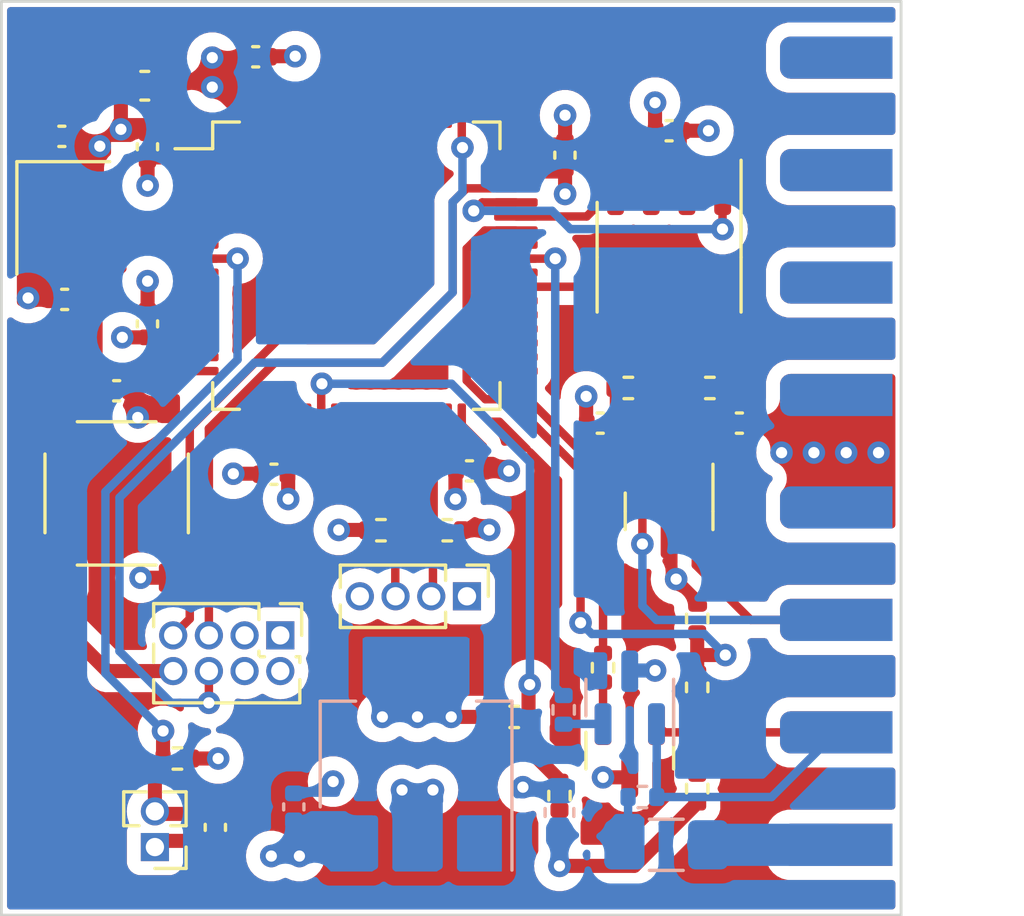
<source format=kicad_pcb>
(kicad_pcb (version 20221018) (generator pcbnew)
  (layers (0 "F.Cu" signal) (1 "In1.Cu" signal) (2 "In2.Cu" signal) (31 "B.Cu" signal) (34 "B.Paste" user) (35 "F.Paste" user) (36 "B.SilkS" user "B.Silkscreen") (37 "F.SilkS" user "F.Silkscreen") (38 "B.Mask" user) (39 "F.Mask" user) (44 "Edge.Cuts" user))
  (net 0 "")
  (net 1 "+3.3V")
  (net 2 "GND")
  (net 3 "HSE_IN")
  (net 4 "HSE_OUT")
  (net 5 "NRST")
  (net 6 "Net-(C12-Pad2)")
  (net 7 "Net-(C13-Pad2)")
  (net 8 "+12V")
  (net 9 "MENU_BTN")
  (net 10 "CAN_H")
  (net 11 "CAN_L")
  (net 15 "ISO_K")
  (net 22 "ISO_L")
  (net 23 "OLED_SDA")
  (net 24 "OLED_SCL")
  (net 25 "SWDIO")
  (net 26 "SWCLK")
  (net 27 "SWO")
  (net 28 "Net-(Q1-B)")
  (net 29 "Net-(Q2-B)")
  (net 30 "K-Line_TX")
  (net 31 "K-Line_RX")
  (net 32 "L-Line")
  (net 33 "BAT_V")
  (net 58 "CAN_S")
  (net 60 "CAN_RX")
  (net 61 "CAN_TX")
  (footprint "Capacitor_SMD:C_0402_1005Metric" (layer "F.Cu") (at 158.895 98.67 180)
    (fp_text reference "C6" hide)
    (fp_text value "100n" hide)
  )
  (footprint "Capacitor_SMD:C_0402_1005Metric" (layer "F.Cu") (at 156.81 111.23 -90)
    (fp_text reference "C16" hide)
    (fp_text value "100n" hide)
  )
  (footprint "tme_library:OBD" (layer "F.Cu") (at 178.895 97.85 90)
    (fp_text reference "J1" hide)
    (fp_text value "OBDII" hide)
  )
  (footprint "Connector_PinHeader_1.27mm:PinHeader_1x02_P1.27mm_Vertical" (layer "F.Cu") (at 154.66 111.93 180)
    (fp_text reference "SW2" hide)
    (fp_text value "MENU" hide)
  )
  (footprint "Resistor_SMD:R_0402_1005Metric" (layer "F.Cu") (at 173.95 106.25 -90)
    (fp_text reference "R5" hide)
    (fp_text value "100k" hide)
  )
  (footprint "Capacitor_SMD:C_0402_1005Metric" (layer "F.Cu") (at 165.85 98.55 180)
    (fp_text reference "C4" hide)
    (fp_text value "100n" hide)
  )
  (footprint "Resistor_SMD:R_0402_1005Metric" (layer "F.Cu") (at 174.4 95.6)
    (fp_text reference "R2" hide)
    (fp_text value "100R" hide)
  )
  (footprint "Capacitor_SMD:C_0402_1005Metric" (layer "F.Cu") (at 172.95 86.449999 180)
    (fp_text reference "C11" hide)
    (fp_text value "100n" hide)
  )
  (footprint "Connector_PinHeader_1.27mm:PinHeader_2x04_P1.27mm_Vertical" (layer "F.Cu") (at 159.12 104.4 -90)
    (fp_text reference "J3" hide)
    (fp_text value "SWD" hide)
  )
  (footprint "Capacitor_SMD:C_0402_1005Metric" (layer "F.Cu") (at 170.5 96.85)
    (fp_text reference "C12" hide)
    (fp_text value "560p" hide)
  )
  (footprint "Capacitor_SMD:C_0402_1005Metric" (layer "F.Cu") (at 175.45 96.85 180)
    (fp_text reference "C13" hide)
    (fp_text value "560p" hide)
  )
  (footprint "Resistor_SMD:R_0402_1005Metric" (layer "F.Cu") (at 170.6 105.55 -90)
    (fp_text reference "R3" hide)
    (fp_text value "2k2" hide)
  )
  (footprint "Resistor_SMD:R_0402_1005Metric" (layer "F.Cu") (at 167.44 107.3)
    (fp_text reference "R11" hide)
    (fp_text value "27k" hide)
  )
  (footprint "Capacitor_SMD:C_0402_1005Metric" (layer "F.Cu") (at 154.395 93.32 90)
    (fp_text reference "C5" hide)
    (fp_text value "100n" hide)
  )
  (footprint "Capacitor_SMD:C_0402_1005Metric" (layer "F.Cu") (at 153.3 95.7 180)
    (fp_text reference "C10" hide)
    (fp_text value "100n" hide)
  )
  (footprint "Resistor_SMD:R_0402_1005Metric" (layer "F.Cu") (at 165.06 100.66 180)
    (fp_text reference "R12" hide)
    (fp_text value "4k7" hide)
  )
  (footprint "Resistor_SMD:R_0402_1005Metric" (layer "F.Cu") (at 173.95 109.85 -90)
    (fp_text reference "R4" hide)
    (fp_text value "510R" hide)
  )
  (footprint "Capacitor_SMD:C_0402_1005Metric" (layer "F.Cu") (at 151.45 92.45 180)
    (fp_text reference "C9" hide)
    (fp_text value "8p" hide)
  )
  (footprint "Resistor_SMD:R_0402_1005Metric" (layer "F.Cu") (at 171.5 95.6 180)
    (fp_text reference "R1" hide)
    (fp_text value "100R" hide)
  )
  (footprint "Resistor_SMD:R_0402_1005Metric" (layer "F.Cu") (at 173.95 103.8 -90)
    (fp_text reference "R6" hide)
    (fp_text value "27k" hide)
  )
  (footprint "Package_TO_SOT_SMD:SOT-23" (layer "F.Cu") (at 172.95 99.9875 -90)
    (fp_text reference "D1" hide)
    (fp_text value "PESD2CAN" hide)
  )
  (footprint "Resistor_SMD:R_0402_1005Metric" (layer "F.Cu") (at 155.46 108.78 180)
    (fp_text reference "R9" hide)
    (fp_text value "4k7" hide)
  )
  (footprint "Capacitor_SMD:C_0603_1608Metric" (layer "F.Cu") (at 154.3 84.85 180)
    (fp_text reference "C7" hide)
    (fp_text value "4u7" hide)
  )
  (footprint "Capacitor_SMD:C_0402_1005Metric" (layer "F.Cu") (at 169.245 87.32 -90)
    (fp_text reference "C2" hide)
    (fp_text value "100n" hide)
  )
  (footprint "tme_library:XKB_TS_1187A" (layer "F.Cu") (at 153.3 99.35 -90)
    (fp_text reference "SW1" hide)
    (fp_text value "NRST" hide)
  )
  (footprint "Capacitor_SMD:C_0402_1005Metric" (layer "F.Cu") (at 151.35 86.65)
    (fp_text reference "C8" hide)
    (fp_text value "8p" hide)
  )
  (footprint "Package_SO:SOIC-8_3.9x4.9mm_P1.27mm" (layer "F.Cu") (at 172.95 90.95 -90)
    (fp_text reference "U2" hide)
    (fp_text value "SN65HVD231" hide)
  )
  (footprint "Crystal:Crystal_SMD_TXC_7M-4Pin_3.2x2.5mm" (layer "F.Cu") (at 151.4 89.55 -90)
    (fp_text reference "Y1" hide)
    (fp_text value "16 MHz" hide)
  )
  (footprint "Capacitor_SMD:C_0402_1005Metric" (layer "F.Cu") (at 154.395 87.02 90)
    (fp_text reference "C3" hide)
    (fp_text value "100n" hide)
  )
  (footprint "Package_QFP:LQFP-64_10x10mm_P0.5mm" (layer "F.Cu") (at 161.825 91.25)
    (fp_text reference "U1" hide)
    (fp_text value "STM32L431RCTx" hide)
  )
  (footprint "Connector_PinHeader_1.27mm:PinHeader_1x04_P1.27mm_Vertical" (layer "F.Cu") (at 165.76 103.01 -90)
    (fp_text reference "J2" hide)
    (fp_text value "OLED" hide)
  )
  (footprint "Capacitor_SMD:C_0402_1005Metric" (layer "F.Cu") (at 158.245 83.82)
    (fp_text reference "C1" hide)
    (fp_text value "100n" hide)
  )
  (footprint "Package_TO_SOT_SMD:SOT-23" (layer "F.Cu") (at 171.55 108.5 -90)
    (fp_text reference "Q1" hide)
    (fp_text value "NPN" hide)
  )
  (footprint "Resistor_SMD:R_0402_1005Metric" (layer "F.Cu") (at 162.7 100.66)
    (fp_text reference "R13" hide)
    (fp_text value "4k7" hide)
  )
  (footprint "Resistor_SMD:R_0402_1005Metric" (layer "F.Cu") (at 169.05 110.1 -90)
    (fp_text reference "R10" hide)
    (fp_text value "100k" hide)
  )
  (footprint "Capacitor_SMD:C_0603_1608Metric" (layer "B.Cu") (at 169.05 110.7 90)
    (fp_text reference "C14" hide)
    (fp_text value "330n" hide)
  )
  (footprint "Package_TO_SOT_SMD:SOT-223" (layer "B.Cu") (at 163.95 108.65 90)
    (fp_text reference "U3" hide)
    (fp_text value "SN78MCDCYR" hide)
  )
  (footprint "Capacitor_SMD:C_0402_1005Metric" (layer "B.Cu") (at 159.6 110.5 90)
    (fp_text reference "C15" hide)
    (fp_text value "100n" hide)
  )
  (footprint "Resistor_SMD:R_0402_1005Metric" (layer "B.Cu") (at 169.2 107.05 -90)
    (fp_text reference "R8" hide)
    (fp_text value "2k2" hide)
  )
  (footprint "Fuse:Fuse_1206_3216Metric_Pad1.42x1.75mm_HandSolder" (layer "B.Cu") (at 172.85 111.85 180)
    (fp_text reference "F1" hide)
    (fp_text value "500mA" hide)
  )
  (footprint "Package_TO_SOT_SMD:SOT-23" (layer "B.Cu") (at 171.55 106.6125 90)
    (fp_text reference "Q2" hide)
    (fp_text value "NPN" hide)
  )
  (footprint "Resistor_SMD:R_0402_1005Metric" (layer "B.Cu") (at 172 110.15 180)
    (fp_text reference "R7" hide)
    (fp_text value "510R" hide)
  )
  (gr_line (start 181.2 114.35) (end 181.2 81.85) (stroke (width 0.1)) (layer "Edge.Cuts"))
  (gr_line (start 181.2 81.85) (end 149.2 81.85) (stroke (width 0.1)) (layer "Edge.Cuts"))
  (gr_line (start 149.2 114.35) (end 181.2 114.35) (stroke (width 0.1)) (layer "Edge.Cuts"))
  (gr_line (start 149.2 81.85) (end 149.2 114.35) (stroke (width 0.1)) (layer "Edge.Cuts"))
  (segment (start 167.5 87.5) (end 168.16 86.84) (width 0.3) (layer "F.Cu") (net 1))
  (segment (start 154.395 87.5) (end 156.15 87.5) (width 0.3) (layer "F.Cu") (net 1))
  (segment (start 156.15 93.5) (end 154.695 93.5) (width 0.3) (layer "F.Cu") (net 1))
  (segment (start 154.695 93.5) (end 154.395 93.8) (width 0.3) (layer "F.Cu") (net 1))
  (segment (start 168.16 86.84) (end 169.245 86.84) (width 0.3) (layer "F.Cu") (net 1))
  (segment (start 166.33 97.68) (end 166.33 98.55) (width 0.3) (layer "F.Cu") (net 1))
  (segment (start 165.575 96.925) (end 166.33 97.68) (width 0.3) (layer "F.Cu") (net 1))
  (segment (start 161.2 100.65) (end 162.18 100.65) (width 0.5) (layer "F.Cu") (net 1))
  (segment (start 162.18 100.65) (end 162.19 100.66) (width 0.5) (layer "F.Cu") (net 1))
  (segment (start 169.25 85.9) (end 169.25 86.835) (width 0.5) (layer "F.Cu") (net 1))
  (segment (start 158.075 85.575) (end 157.375 85.575) (width 0.3) (layer "F.Cu") (net 1))
  (segment (start 157.375 85.575) (end 156.7 84.9) (width 0.3) (layer "F.Cu") (net 1))
  (segment (start 154.4 87.505) (end 154.395 87.5) (width 0.5) (layer "F.Cu") (net 1))
  (segment (start 154.4 88.4) (end 154.4 87.505) (width 0.5) (layer "F.Cu") (net 1))
  (segment (start 172.45 86.429999) (end 172.47 86.449999) (width 0.5) (layer "F.Cu") (net 1))
  (segment (start 172.47 86.449999) (end 172.47 88.32) (width 0.3) (layer "F.Cu") (net 1))
  (segment (start 169.25 86.835) (end 169.245 86.84) (width 0.5) (layer "F.Cu") (net 1))
  (segment (start 159.075 96.925) (end 159.075 98.37) (width 0.3) (layer "F.Cu") (net 1))
  (segment (start 159.4 98.695) (end 159.375 98.67) (width 0.5) (layer "F.Cu") (net 1))
  (segment (start 159.075 98.37) (end 159.375 98.67) (width 0.3) (layer "F.Cu") (net 1))
  (segment (start 159.4 99.55) (end 159.4 98.695) (width 0.5) (layer "F.Cu") (net 1))
  (segment (start 156.91 108.78) (end 155.97 108.78) (width 0.5) (layer "F.Cu") (net 1))
  (segment (start 153.5 93.8) (end 154.395 93.8) (width 0.5) (layer "F.Cu") (net 1))
  (segment (start 172.45 85.45) (end 172.45 86.429999) (width 0.5) (layer "F.Cu") (net 1))
  (segment (start 172.47 88.32) (end 172.315 88.475) (width 0.3) (layer "F.Cu") (net 1))
  (via (at 169.25 85.9) (size 0.8) (drill 0.4) (layers "F.Cu" "B.Cu") (net 1))
  (via (at 156.91 108.78) (size 0.8) (drill 0.4) (layers "F.Cu" "B.Cu") (net 1))
  (via (at 172.45 85.45) (size 0.8) (drill 0.4) (layers "F.Cu" "B.Cu") (net 1))
  (via (at 156.7 83.85) (size 0.8) (drill 0.4) (layers "F.Cu" "B.Cu") (net 1))
  (via (at 166.55 100.65) (size 0.8) (drill 0.4) (layers "F.Cu" "B.Cu") (net 1))
  (via (at 167.25 98.55) (size 0.8) (drill 0.4) (layers "F.Cu" "B.Cu") (net 1))
  (via (at 153.5 93.8) (size 0.8) (drill 0.4) (layers "F.Cu" "B.Cu") (net 1))
  (via (at 159.4 99.55) (size 0.8) (drill 0.4) (layers "F.Cu" "B.Cu") (net 1))
  (via (at 154.4 88.4) (size 0.8) (drill 0.4) (layers "F.Cu" "B.Cu") (net 1))
  (via (at 156.7 84.9) (size 0.8) (drill 0.4) (layers "F.Cu" "B.Cu") (net 1))
  (via (at 158.8 112.25) (size 0.8) (drill 0.4) (layers "F.Cu" "B.Cu") (net 1))
  (via (at 161.2 100.65) (size 0.8) (drill 0.4) (layers "F.Cu" "B.Cu") (net 1))
  (via (at 159.8 112.25) (size 0.8) (drill 0.4) (layers "F.Cu" "B.Cu") (net 1))
  (segment (start 170 96.83) (end 170.02 96.85) (width 0.5) (layer "F.Cu") (net 2))
  (segment (start 165.35 99.55) (end 165.35 98.57) (width 0.5) (layer "F.Cu") (net 2))
  (segment (start 156.15 93) (end 154.555 93) (width 0.3) (layer "F.Cu") (net 2))
  (segment (start 170.6 109.45) (end 171.5375 109.45) (width 0.5) (layer "F.Cu") (net 2))
  (segment (start 158.575 96.925) (end 158.575 98.51) (width 0.3) (layer "F.Cu") (net 2))
  (segment (start 173.43 88.32) (end 173.585 88.475) (width 0.3) (layer "F.Cu") (net 2))
  (segment (start 173.430001 86.45) (end 173.43 86.449999) (width 0.5) (layer "F.Cu") (net 2))
  (segment (start 169.045 88) (end 169.245 87.8) (width 0.3) (layer "F.Cu") (net 2))
  (segment (start 158.575 83.97) (end 158.725 83.82) (width 0.3) (layer "F.Cu") (net 2))
  (segment (start 153.45 84.925) (end 153.525 84.85) (width 0.5) (layer "F.Cu") (net 2))
  (segment (start 169.25 87.805) (end 169.245 87.8) (width 0.5) (layer "F.Cu") (net 2))
  (segment (start 158.575 85.575) (end 158.575 83.97) (width 0.3) (layer "F.Cu") (net 2))
  (segment (start 159.65 83.8) (end 158.745 83.8) (width 0.5) (layer "F.Cu") (net 2))
  (segment (start 165.35 98.57) (end 165.37 98.55) (width 0.5) (layer "F.Cu") (net 2))
  (segment (start 154.88 111.71) (end 154.66 111.93) (width 0.5) (layer "F.Cu") (net 2))
  (segment (start 154.555 93) (end 154.395 92.84) (width 0.3) (layer "F.Cu") (net 2))
  (segment (start 156.81 111.71) (end 154.88 111.71) (width 0.5) (layer "F.Cu") (net 2))
  (segment (start 154.4 91.8) (end 154.4 92.835) (width 0.5) (layer "F.Cu") (net 2))
  (segment (start 158.745 83.8) (end 158.725 83.82) (width 0.5) (layer "F.Cu") (net 2))
  (segment (start 167.5 88) (end 169.045 88) (width 0.3) (layer "F.Cu") (net 2))
  (segment (start 170 95.9) (end 170 96.83) (width 0.5) (layer "F.Cu") (net 2))
  (segment (start 173.43 86.449999) (end 173.43 88.32) (width 0.3) (layer "F.Cu") (net 2))
  (segment (start 169.25 88.7) (end 169.25 87.805) (width 0.5) (layer "F.Cu") (net 2))
  (segment (start 153.45 86.4) (end 153.45 84.925) (width 0.5) (layer "F.Cu") (net 2))
  (segment (start 157.45 98.65) (end 158.395 98.65) (width 0.5) (layer "F.Cu") (net 2))
  (segment (start 166.89 107.3) (end 165.2 107.3) (width 0.5) (layer "F.Cu") (net 2))
  (segment (start 158.575 98.51) (end 158.415 98.67) (width 0.3) (layer "F.Cu") (net 2))
  (segment (start 158.395 98.65) (end 158.415 98.67) (width 0.5) (layer "F.Cu") (net 2))
  (segment (start 154.4 92.835) (end 154.395 92.84) (width 0.5) (layer "F.Cu") (net 2))
  (segment (start 165.075 96.925) (end 165.075 98.255) (width 0.3) (layer "F.Cu") (net 2))
  (segment (start 154.15 102.35) (end 155.175 102.35) (width 0.5) (layer "F.Cu") (net 2))
  (segment (start 171.5375 109.45) (end 171.55 109.4375) (width 0.5) (layer "F.Cu") (net 2))
  (segment (start 174.35 86.45) (end 173.430001 86.45) (width 0.5) (layer "F.Cu") (net 2))
  (segment (start 165.075 98.255) (end 165.37 98.55) (width 0.3) (layer "F.Cu") (net 2))
  (via (at 170 95.9) (size 0.8) (drill 0.4) (layers "F.Cu" "B.Cu") (net 2))
  (via (at 174.35 86.45) (size 0.8) (drill 0.4) (layers "F.Cu" "B.Cu") (net 2))
  (via (at 167.75 109.8) (size 0.8) (drill 0.4) (layers "F.Cu" "B.Cu") (net 2))
  (via (at 150.15 92.4) (size 0.8) (drill 0.4) (layers "F.Cu" "B.Cu") (net 2))
  (via (at 153.45 86.4) (size 0.8) (drill 0.4) (layers "F.Cu" "B.Cu") (net 2))
  (via (at 173.2 102.4) (size 0.8) (drill 0.4) (layers "F.Cu" "B.Cu") (net 2))
  (via (at 180.4 97.9) (size 0.8) (drill 0.4) (layers "F.Cu" "B.Cu") (net 2))
  (via (at 154.4 91.8) (size 0.8) (drill 0.4) (layers "F.Cu" "B.Cu") (net 2))
  (via (at 161 109.6) (size 0.8) (drill 0.4) (layers "F.Cu" "B.Cu") (net 2))
  (via (at 159.65 83.8) (size 0.8) (drill 0.4) (layers "F.Cu" "B.Cu") (net 2))
  (via (at 157.45 98.65) (size 0.8) (drill 0.4) (layers "F.Cu" "B.Cu") (net 2))
  (via (at 164 107.3) (size 0.8) (drill 0.4) (layers "F.Cu" "B.Cu") (net 2))
  (via (at 154.15 102.35) (size 0.8) (drill 0.4) (layers "F.Cu" "B.Cu") (net 2))
  (via (at 169.25 88.7) (size 0.8) (drill 0.4) (layers "F.Cu" "B.Cu") (net 2))
  (via (at 172.45 105.65) (size 0.8) (drill 0.4) (layers "F.Cu" "B.Cu") (net 2))
  (via (at 170.6 109.45) (size 0.8) (drill 0.4) (layers "F.Cu" "B.Cu") (net 2))
  (via (at 179.25 97.9) (size 0.8) (drill 0.4) (layers "F.Cu" "B.Cu") (net 2))
  (via (at 154.05 96.65) (size 0.8) (drill 0.4) (layers "F.Cu" "B.Cu") (net 2))
  (via (at 162.75 107.3) (size 0.8) (drill 0.4) (layers "F.Cu" "B.Cu") (net 2))
  (via (at 152.7 87) (size 0.8) (drill 0.4) (layers "F.Cu" "B.Cu") (net 2))
  (via (at 163.45 109.9) (size 0.8) (drill 0.4) (layers "F.Cu" "B.Cu") (net 2))
  (via (at 176.95 97.9) (size 0.8) (drill 0.4) (layers "F.Cu" "B.Cu") (net 2))
  (via (at 178.1 97.9) (size 0.8) (drill 0.4) (layers "F.Cu" "B.Cu") (net 2))
  (via (at 165.2 107.3) (size 0.8) (drill 0.4) (layers "F.Cu" "B.Cu") (net 2))
  (via (at 164.55 109.9) (size 0.8) (drill 0.4) (layers "F.Cu" "B.Cu") (net 2))
  (via (at 165.35 99.55) (size 0.8) (drill 0.4) (layers "F.Cu" "B.Cu") (net 2))
  (segment (start 172.45 105.65) (end 171.575 105.65) (width 0.5) (layer "B.Cu") (net 2))
  (segment (start 171.575 105.65) (end 171.55 105.675) (width 0.5) (layer "B.Cu") (net 2))
  (segment (start 150.55 88.55) (end 150.55 88.45) (width 0.3) (layer "F.Cu") (net 3))
  (segment (start 150.87 88.13) (end 150.55 88.45) (width 0.3) (layer "F.Cu") (net 3))
  (segment (start 156.15 89.5) (end 151.5 89.5) (width 0.3) (layer "F.Cu") (net 3))
  (segment (start 150.87 86.65) (end 150.87 88.13) (width 0.3) (layer "F.Cu") (net 3))
  (segment (start 151.5 89.5) (end 150.55 88.55) (width 0.3) (layer "F.Cu") (net 3))
  (segment (start 151.93 90.97) (end 152.25 90.65) (width 0.3) (layer "F.Cu") (net 4))
  (segment (start 156.15 90) (end 152.9 90) (width 0.3) (layer "F.Cu") (net 4))
  (segment (start 151.93 92.45) (end 151.93 90.97) (width 0.3) (layer "F.Cu") (net 4))
  (segment (start 152.9 90) (end 152.25 90.65) (width 0.3) (layer "F.Cu") (net 4))
  (segment (start 151.425 96.35) (end 151.425 102.35) (width 0.3) (layer "F.Cu") (net 5))
  (segment (start 153.5 91.05) (end 153.5 91.35) (width 0.3) (layer "F.Cu") (net 5))
  (segment (start 152.075 95.7) (end 151.425 96.35) (width 0.3) (layer "F.Cu") (net 5))
  (segment (start 151.425 104.125) (end 151.425 102.35) (width 0.5) (layer "F.Cu") (net 5))
  (segment (start 152.97 105.67) (end 151.425 104.125) (width 0.5) (layer "F.Cu") (net 5))
  (segment (start 154.05 90.5) (end 153.5 91.05) (width 0.3) (layer "F.Cu") (net 5))
  (segment (start 155.31 105.67) (end 152.97 105.67) (width 0.5) (layer "F.Cu") (net 5))
  (segment (start 152.65 95.53) (end 152.82 95.7) (width 0.3) (layer "F.Cu") (net 5))
  (segment (start 156.15 90.5) (end 154.05 90.5) (width 0.3) (layer "F.Cu") (net 5))
  (segment (start 152.82 95.7) (end 152.075 95.7) (width 0.3) (layer "F.Cu") (net 5))
  (segment (start 153.5 91.35) (end 152.65 92.2) (width 0.3) (layer "F.Cu") (net 5))
  (segment (start 152.65 92.2) (end 152.65 95.53) (width 0.3) (layer "F.Cu") (net 5))
  (segment (start 170.99 96.84) (end 170.98 96.85) (width 0.3) (layer "F.Cu") (net 6))
  (segment (start 170.99 95.6) (end 170.99 96.84) (width 0.3) (layer "F.Cu") (net 6))
  (segment (start 174.91 96.79) (end 174.97 96.85) (width 0.3) (layer "F.Cu") (net 7))
  (segment (start 174.91 95.6) (end 174.91 96.79) (width 0.3) (layer "F.Cu") (net 7))
  (segment (start 171.71 112.6) (end 169.05 112.6) (width 0.5) (layer "F.Cu") (net 8))
  (segment (start 173.95 110.36) (end 171.71 112.6) (width 0.5) (layer "F.Cu") (net 8))
  (segment (start 169.05 110.61) (end 169.05 112.6) (width 0.5) (layer "F.Cu") (net 8))
  (via (at 169.05 112.6) (size 0.8) (drill 0.4) (layers "F.Cu" "B.Cu") (net 8))
  (segment (start 171.49 110.15) (end 171.49 111.7225) (width 0.3) (layer "B.Cu") (net 8))
  (segment (start 171.49 111.7225) (end 171.3625 111.85) (width 0.3) (layer "B.Cu") (net 8))
  (segment (start 174.3375 111.85) (end 178.895 111.85) (width 1.5) (layer "B.Cu") (net 8))
  (segment (start 154.66 109.08) (end 154.66 110.66) (width 0.5) (layer "F.Cu") (net 9))
  (segment (start 154.95 108.79) (end 154.66 109.08) (width 0.5) (layer "F.Cu") (net 9))
  (segment (start 154.75 110.75) (end 154.66 110.66) (width 0.5) (layer "F.Cu") (net 9))
  (segment (start 156.15 91) (end 157.6 91) (width 0.3) (layer "F.Cu") (net 9))
  (segment (start 154.95 108.78) (end 154.95 108.79) (width 0.5) (layer "F.Cu") (net 9))
  (segment (start 156.81 110.75) (end 154.75 110.75) (width 0.5) (layer "F.Cu") (net 9))
  (segment (start 154.95 107.8) (end 154.95 108.78) (width 0.5) (layer "F.Cu") (net 9))
  (via (at 157.6 91) (size 0.8) (drill 0.4) (layers "F.Cu" "B.Cu") (net 9))
  (via (at 154.95 107.8) (size 0.8) (drill 0.4) (layers "F.Cu" "B.Cu") (net 9))
  (segment (start 152.9 105.75) (end 154.95 107.8) (width 0.3) (layer "B.Cu") (net 9))
  (segment (start 157.6 94.592894) (end 152.9 99.292894) (width 0.3) (layer "B.Cu") (net 9))
  (segment (start 157.6 91) (end 157.6 94.592894) (width 0.3) (layer "B.Cu") (net 9))
  (segment (start 152.9 99.292894) (end 152.9 105.75) (width 0.3) (layer "B.Cu") (net 9))
  (segment (start 175.85 103.85) (end 173.9 101.9) (width 0.3) (layer "F.Cu") (net 10))
  (segment (start 173.89 95.6) (end 173.89 93.73) (width 0.3) (layer "F.Cu") (net 10))
  (segment (start 173.9 95.61) (end 173.89 95.6) (width 0.3) (layer "F.Cu") (net 10))
  (segment (start 173.89 93.73) (end 173.585 93.425) (width 0.3) (layer "F.Cu") (net 10))
  (segment (start 173.9 101.9) (end 173.9 99.05) (width 0.3) (layer "F.Cu") (net 10))
  (segment (start 173.9 99.05) (end 173.9 95.61) (width 0.3) (layer "F.Cu") (net 10))
  (segment (start 178.895 103.85) (end 175.85 103.85) (width 0.3) (layer "F.Cu") (net 10))
  (segment (start 172.01 99.04) (end 172 99.05) (width 0.3) (layer "F.Cu") (net 11))
  (segment (start 172 101.15) (end 172 99.05) (width 0.3) (layer "F.Cu") (net 11))
  (segment (start 172.01 93.73) (end 172.315 93.425) (width 0.3) (layer "F.Cu") (net 11))
  (segment (start 172.01 95.6) (end 172.01 93.73) (width 0.3) (layer "F.Cu") (net 11))
  (segment (start 172.01 95.6) (end 172.01 99.04) (width 0.3) (layer "F.Cu") (net 11))
  (via (at 172 101.15) (size 0.8) (drill 0.4) (layers "F.Cu" "B.Cu") (net 11))
  (segment (start 172 103.35) (end 172 101.15) (width 0.3) (layer "B.Cu") (net 11))
  (segment (start 172.5 103.85) (end 172 103.35) (width 0.3) (layer "B.Cu") (net 11))
  (segment (start 178.895 103.85) (end 172.5 103.85) (width 0.3) (layer "B.Cu") (net 11))
  (segment (start 173.95 107.85) (end 172.7875 107.85) (width 0.3) (layer "F.Cu") (net 15))
  (segment (start 172.7875 107.85) (end 172.5 107.5625) (width 0.3) (layer "F.Cu") (net 15))
  (segment (start 173.95 106.76) (end 173.95 107.85) (width 0.3) (layer "F.Cu") (net 15))
  (segment (start 173.95 109.34) (end 173.95 107.85) (width 0.3) (layer "F.Cu") (net 15))
  (segment (start 178.895 107.85) (end 173.95 107.85) (width 0.3) (layer "F.Cu") (net 15))
  (segment (start 178.895 107.85) (end 176.595 110.15) (width 0.3) (layer "B.Cu") (net 22))
  (segment (start 172.51 110.15) (end 172.51 107.56) (width 0.3) (layer "B.Cu") (net 22))
  (segment (start 176.595 110.15) (end 172.51 110.15) (width 0.3) (layer "B.Cu") (net 22))
  (segment (start 172.51 107.56) (end 172.5 107.55) (width 0.3) (layer "B.Cu") (net 22))
  (segment (start 164.55 102.95) (end 164.49 103.01) (width 0.3) (layer "F.Cu") (net 23))
  (segment (start 164.585 100.625) (end 164.55 100.66) (width 0.3) (layer "F.Cu") (net 23))
  (segment (start 164.575 96.925) (end 164.575 100.635) (width 0.3) (layer "F.Cu") (net 23))
  (segment (start 164.575 100.635) (end 164.55 100.66) (width 0.3) (layer "F.Cu") (net 23))
  (segment (start 164.55 100.66) (end 164.55 102.95) (width 0.3) (layer "F.Cu") (net 23))
  (segment (start 164.075 99.125) (end 163.21 99.99) (width 0.3) (layer "F.Cu") (net 24))
  (segment (start 164.075 96.925) (end 164.075 99.125) (width 0.3) (layer "F.Cu") (net 24))
  (segment (start 163.21 103) (end 163.22 103.01) (width 0.3) (layer "F.Cu") (net 24))
  (segment (start 163.21 99.99) (end 163.21 100.66) (width 0.3) (layer "F.Cu") (net 24))
  (segment (start 163.21 100.66) (end 163.21 103) (width 0.3) (layer "F.Cu") (net 24))
  (segment (start 167.5 88.5) (end 165.739339 88.5) (width 0.3) (layer "F.Cu") (net 25))
  (segment (start 158.923959 94.7) (end 156.58 97.043959) (width 0.3) (layer "F.Cu") (net 25))
  (segment (start 162.75 94.7) (end 158.923959 94.7) (width 0.3) (layer "F.Cu") (net 25))
  (segment (start 165.25 88.989339) (end 165.25 92.2) (width 0.3) (layer "F.Cu") (net 25))
  (segment (start 165.25 92.2) (end 162.75 94.7) (width 0.3) (layer "F.Cu") (net 25))
  (segment (start 156.58 97.043959) (end 156.58 104.4) (width 0.3) (layer "F.Cu") (net 25))
  (segment (start 165.739339 88.5) (end 165.25 88.989339) (width 0.3) (layer "F.Cu") (net 25))
  (segment (start 165.575 85.575) (end 165.575 87.025) (width 0.3) (layer "F.Cu") (net 26))
  (segment (start 156.58 106.8) (end 156.58 105.67) (width 0.3) (layer "F.Cu") (net 26))
  (segment (start 165.575 87.025) (end 165.6 87.05) (width 0.3) (layer "F.Cu") (net 26))
  (via (at 165.6 87.05) (size 0.8) (drill 0.4) (layers "F.Cu" "B.Cu") (net 26))
  (via (at 156.58 106.8) (size 0.8) (drill 0.4) (layers "F.Cu" "B.Cu") (net 26))
  (segment (start 153.4 99.5) (end 153.4 104.962082) (width 0.3) (layer "B.Cu") (net 26))
  (segment (start 165.25 92.2) (end 162.75 94.7) (width 0.3) (layer "B.Cu") (net 26))
  (segment (start 153.4 104.962082) (end 155.237918 106.8) (width 0.3) (layer "B.Cu") (net 26))
  (segment (start 165.6 87.05) (end 165.6 88.639339) (width 0.3) (layer "B.Cu") (net 26))
  (segment (start 165.6 88.639339) (end 165.25 88.989339) (width 0.3) (layer "B.Cu") (net 26))
  (segment (start 165.25 88.989339) (end 165.25 92.2) (width 0.3) (layer "B.Cu") (net 26))
  (segment (start 158.2 94.7) (end 153.4 99.5) (width 0.3) (layer "B.Cu") (net 26))
  (segment (start 162.75 94.7) (end 158.2 94.7) (width 0.3) (layer "B.Cu") (net 26))
  (segment (start 155.237918 106.8) (end 156.58 106.8) (width 0.3) (layer "B.Cu") (net 26))
  (segment (start 162.575 90.341853) (end 155.9 97.016853) (width 0.3) (layer "F.Cu") (net 27))
  (segment (start 162.575 85.575) (end 162.575 90.341853) (width 0.3) (layer "F.Cu") (net 27))
  (segment (start 155.9 97.016853) (end 155.9 103.81) (width 0.3) (layer "F.Cu") (net 27))
  (segment (start 155.9 103.81) (end 155.31 104.4) (width 0.3) (layer "F.Cu") (net 27))
  (segment (start 170.6 107.5625) (end 170.6 106.06) (width 0.3) (layer "F.Cu") (net 28))
  (segment (start 170.6 107.55) (end 169.21 107.55) (width 0.3) (layer "B.Cu") (net 29))
  (segment (start 169.21 107.55) (end 169.2 107.56) (width 0.3) (layer "B.Cu") (net 29))
  (segment (start 170.6 98.65) (end 170.6 105.04) (width 0.3) (layer "F.Cu") (net 30))
  (segment (start 166.25 95.126041) (end 166.623959 95.5) (width 0.3) (layer "F.Cu") (net 30))
  (segment (start 166.25 90.853183) (end 166.25 95.126041) (width 0.3) (layer "F.Cu") (net 30))
  (segment (start 166.623959 95.5) (end 167.45 95.5) (width 0.3) (layer "F.Cu") (net 30))
  (segment (start 166.603183 90.5) (end 166.25 90.853183) (width 0.3) (layer "F.Cu") (net 30))
  (segment (start 167.5 90.5) (end 166.603183 90.5) (width 0.3) (layer "F.Cu") (net 30))
  (segment (start 167.45 95.5) (end 170.6 98.65) (width 0.3) (layer "F.Cu") (net 30))
  (segment (start 169.8 98.557106) (end 169.8 103.95) (width 0.3) (layer "F.Cu") (net 31))
  (segment (start 174 105.1) (end 173.95 105.05) (width 0.5) (layer "F.Cu") (net 31))
  (segment (start 166.396077 90) (end 165.75 90.646077) (width 0.3) (layer "F.Cu") (net 31))
  (segment (start 165.75 90.646077) (end 165.75 95.333147) (width 0.3) (layer "F.Cu") (net 31))
  (segment (start 167.5 90) (end 166.396077 90) (width 0.3) (layer "F.Cu") (net 31))
  (segment (start 165.75 95.333147) (end 166.416853 96) (width 0.3) (layer "F.Cu") (net 31))
  (segment (start 173.95 105.05) (end 173.95 105.74) (width 0.5) (layer "F.Cu") (net 31))
  (segment (start 174.95 105.1) (end 174 105.1) (width 0.5) (layer "F.Cu") (net 31))
  (segment (start 166.416853 96) (end 167.242894 96) (width 0.3) (layer "F.Cu") (net 31))
  (segment (start 173.95 104.31) (end 173.95 105.05) (width 0.5) (layer "F.Cu") (net 31))
  (segment (start 167.242894 96) (end 169.8 98.557106) (width 0.3) (layer "F.Cu") (net 31))
  (via (at 169.8 103.95) (size 0.8) (drill 0.4) (layers "F.Cu" "B.Cu") (net 31))
  (via (at 174.95 105.1) (size 0.8) (drill 0.4) (layers "F.Cu" "B.Cu") (net 31))
  (segment (start 174.2 104.35) (end 174.95 105.1) (width 0.3) (layer "B.Cu") (net 31))
  (segment (start 170.2 104.35) (end 174.2 104.35) (width 0.3) (layer "B.Cu") (net 31))
  (segment (start 169.8 103.95) (end 170.2 104.35) (width 0.3) (layer "B.Cu") (net 31))
  (segment (start 168.9 91) (end 167.5 91) (width 0.3) (layer "F.Cu") (net 32))
  (via (at 168.9 91) (size 0.8) (drill 0.4) (layers "F.Cu" "B.Cu") (net 32))
  (segment (start 168.9 106.24) (end 169.2 106.54) (width 0.3) (layer "B.Cu") (net 32))
  (segment (start 168.9 91) (end 168.9 106.24) (width 0.3) (layer "B.Cu") (net 32))
  (segment (start 167.95 107.3) (end 167.95 106.19) (width 0.5) (layer "F.Cu") (net 33))
  (segment (start 160.575 96.925) (end 160.575 95.475) (width 0.3) (layer "F.Cu") (net 33))
  (segment (start 169.05 109.55) (end 167.95 108.45) (width 0.5) (layer "F.Cu") (net 33))
  (segment (start 167.95 107.3) (end 167.95 108.45) (width 0.5) (layer "F.Cu") (net 33))
  (segment (start 160.575 95.475) (end 160.6 95.45) (width 0.3) (layer "F.Cu") (net 33))
  (segment (start 169.05 109.59) (end 169.05 109.55) (width 0.5) (layer "F.Cu") (net 33))
  (segment (start 167.95 106.19) (end 167.99 106.15) (width 0.5) (layer "F.Cu") (net 33))
  (via (at 160.6 95.45) (size 0.8) (drill 0.4) (layers "F.Cu" "B.Cu") (net 33))
  (via (at 167.99 106.15) (size 0.8) (drill 0.4) (layers "F.Cu" "B.Cu") (net 33))
  (segment (start 160.6 95.45) (end 165.210661 95.45) (width 0.3) (layer "B.Cu") (net 33))
  (segment (start 168 106.14) (end 167.99 106.15) (width 0.3) (layer "B.Cu") (net 33))
  (segment (start 165.210661 95.45) (end 168 98.239339) (width 0.3) (layer "B.Cu") (net 33))
  (segment (start 168 98.239339) (end 168 106.14) (width 0.3) (layer "B.Cu") (net 33))
  (segment (start 174.855 93.012893) (end 173.842107 92) (width 0.3) (layer "F.Cu") (net 58))
  (segment (start 174.855 93.425) (end 174.855 93.012893) (width 0.3) (layer "F.Cu") (net 58))
  (segment (start 173.842107 92) (end 167.5 92) (width 0.3) (layer "F.Cu") (net 58))
  (segment (start 170.02 89.5) (end 171.045 88.475) (width 0.3) (layer "F.Cu") (net 60))
  (segment (start 167.5 89.5) (end 170.02 89.5) (width 0.3) (layer "F.Cu") (net 60))
  (segment (start 166 89.3) (end 166.3 89) (width 0.3) (layer "F.Cu") (net 61))
  (segment (start 174.85 88.48) (end 174.855 88.475) (width 0.3) (layer "F.Cu") (net 61))
  (segment (start 166.3 89) (end 167.5 89) (width 0.3) (layer "F.Cu") (net 61))
  (segment (start 174.85 89.95) (end 174.85 88.48) (width 0.3) (layer "F.Cu") (net 61))
  (via (at 166 89.3) (size 0.8) (drill 0.4) (layers "F.Cu" "B.Cu") (net 61))
  (via (at 174.85 89.95) (size 0.8) (drill 0.4) (layers "F.Cu" "B.Cu") (net 61))
  (segment (start 166 89.3) (end 168.789339 89.3) (width 0.3) (layer "B.Cu") (net 61))
  (segment (start 169.439339 89.95) (end 174.85 89.95) (width 0.3) (layer "B.Cu") (net 61))
  (segment (start 168.789339 89.3) (end 169.439339 89.95) (width 0.3) (layer "B.Cu") (net 61))
  (zone (net 2) (net_name "GND") (layer "F.Cu") (priority 12) (connect_pads yes (clearance 0.5)) (min_thickness 0.25) (fill yes (thermal_gap 0) (thermal_bridge_width 0.5))
    (polygon (pts (xy 175.7 94.65) (xy 175.7 101.05) (xy 181.15 101.05) (xy 181.2 94.65)))
  )
  (zone (net 3) (net_name "HSE_IN") (layer "F.Cu") (priority 4) (connect_pads yes (clearance 0.5)) (min_thickness 0.25) (fill yes (thermal_gap 0) (thermal_bridge_width 0.5))
    (polygon (pts (xy 149.95 89.15) (xy 149.95 86.35) (xy 151.15 86.35) (xy 151.15 89.2)))
  )
  (zone (net 1) (net_name "+3.3V") (layer "F.Cu") (priority 8) (connect_pads yes (clearance 0.5)) (min_thickness 0.25) (fill yes (thermal_gap 0) (thermal_bridge_width 0.5))
    (polygon (pts (xy 154.6 84.1) (xy 154.6 85.55) (xy 158.25 85.55) (xy 158.25 83.35) (xy 156.25 83.35)))
  )
  (zone (net 2) (net_name "GND") (layer "F.Cu") (priority 2) (connect_pads yes (clearance 0.5)) (min_thickness 0.25) (fill yes (thermal_gap 0) (thermal_bridge_width 0.5))
    (polygon (pts (xy 149.75 89.9) (xy 151.2 89.9) (xy 151.2 92.95) (xy 149.75 92.95)))
  )
  (zone (net 2) (net_name "GND") (layer "F.Cu") (priority 10) (connect_pads yes (clearance 0.5)) (min_thickness 0.25) (fill yes (thermal_gap 0) (thermal_bridge_width 0.5))
    (polygon (pts (xy 153.5 95.35) (xy 154.05 95.35) (xy 155.55 95.85) (xy 155.55 97.15) (xy 153.5 97.15)))
  )
  (zone (net 2) (net_name "GND") (layer "F.Cu") (priority 3) (connect_pads yes (clearance 0.5)) (min_thickness 0.25) (fill yes (thermal_gap 0) (thermal_bridge_width 0.5))
    (polygon (pts (xy 151.55 86) (xy 154.9 86) (xy 154.9 86.85) (xy 153.1 86.85) (xy 153.1 89.15) (xy 151.55 89.15)))
  )
  (zone (net 1) (net_name "+3.3V") (layer "F.Cu") (priority 9) (connect_pads yes (clearance 0.5)) (min_thickness 0.25) (fill yes (thermal_gap 0) (thermal_bridge_width 0.5))
    (polygon (pts (xy 166.05 98.05) (xy 166.05 100) (xy 165.3 100) (xy 165.3 101.1) (xy 167.65 101.1) (xy 167.65 98.05)))
  )
  (zone (net 0) (net_name "") (layer "F.Cu") (priority 13) (connect_pads yes (clearance 0.5)) (min_thickness 0.25) (fill yes (thermal_gap 0) (thermal_bridge_width 0.5) (island_removal_mode 1) (island_area_min 10))
    (polygon (pts (xy 149.25 81.9) (xy 181.15 81.9) (xy 181.15 114.3) (xy 149.25 114.3)))
  )
  (zone (net 2) (net_name "GND") (layer "F.Cu") (priority 11) (connect_pads yes (clearance 0.5)) (min_thickness 0.25) (fill yes (thermal_gap 0) (thermal_bridge_width 0.5))
    (polygon (pts (xy 172.65 100.15) (xy 172.65 102.45) (xy 173.45 103.55) (xy 174.3 103.55) (xy 174.3 102.85) (xy 173.45 101.95) (xy 173.45 100.15)))
  )
  (zone (net 2) (net_name "GND") (layer "B.Cu") (priority 6) (connect_pads yes (clearance 0.5)) (min_thickness 0.25) (fill yes (thermal_gap 0) (thermal_bridge_width 0.5))
    (polygon (pts (xy 159.1 110.35) (xy 163 110.35) (xy 163 113) (xy 164.9 113) (xy 164.9 110.35) (xy 169.6 110.35) (xy 169.6 109.25) (xy 167.3 109.25) (xy 165.9 106.55) (xy 165.9 104.45) (xy 162 104.45) (xy 162 106.55) (xy 160.35 109.55) (xy 159.1 109.55)))
  )
  (zone (net 1) (net_name "+3.3V") (layer "B.Cu") (priority 7) (connect_pads yes (clearance 0.5)) (min_thickness 0.25) (fill yes (thermal_gap 0) (thermal_bridge_width 0.5))
    (polygon (pts (xy 162.6 113) (xy 158.25 113) (xy 158.25 110.65) (xy 162.6 110.65)))
  )
  (zone (net 8) (net_name "+12V") (layer "B.Cu") (priority 5) (connect_pads yes (clearance 0.5)) (min_thickness 0.25) (fill yes (thermal_gap 0) (thermal_bridge_width 0.5))
    (polygon (pts (xy 172.1 110.75) (xy 172.1 113.05) (xy 165.3 113.05) (xy 165.3 110.55) (xy 167.6 110.55) (xy 167.6 110.75)))
  )
  (zone (net 0) (net_name "") (layer "B.Cu") (priority 14) (connect_pads yes (clearance 0.5)) (min_thickness 0.25) (fill yes (thermal_gap 0) (thermal_bridge_width 0.5) (island_removal_mode 1) (island_area_min 10))
    (polygon (pts (xy 149.25 81.9) (xy 181.15 81.9) (xy 181.15 114.3) (xy 149.25 114.3)))
  )
)
</source>
